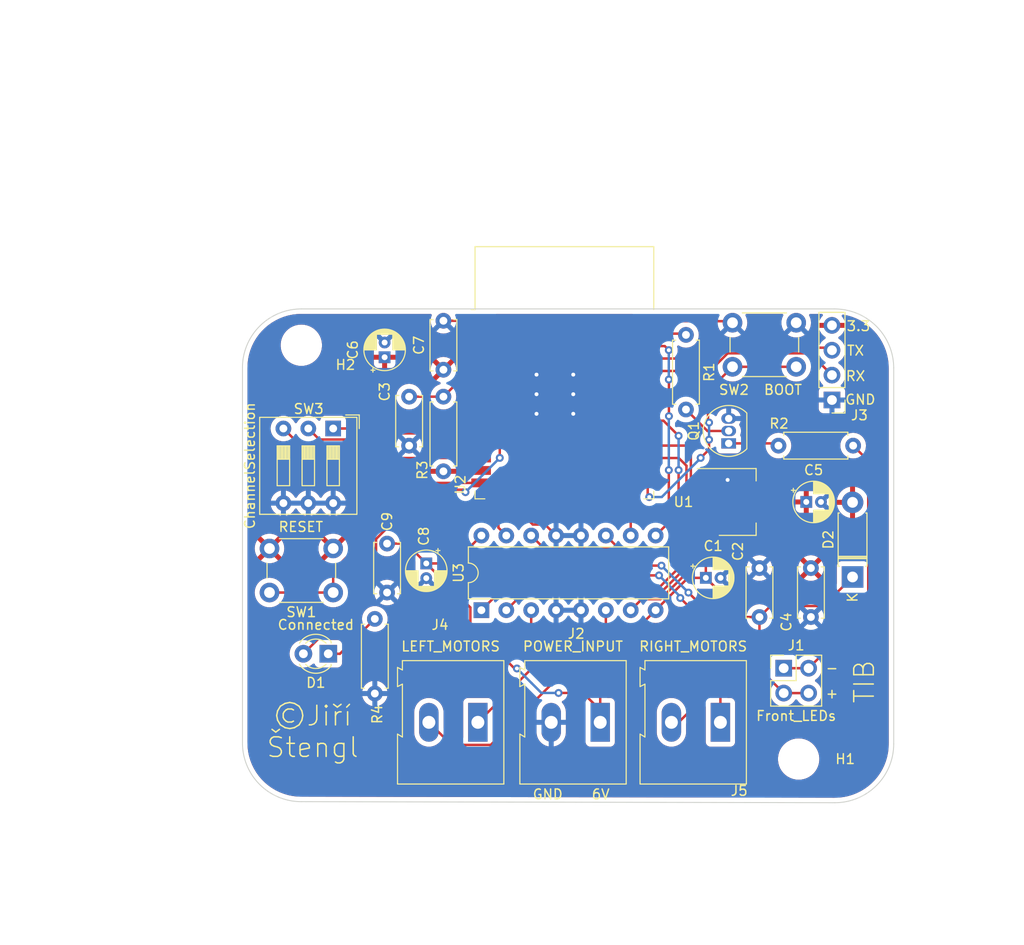
<source format=kicad_pcb>
(kicad_pcb (version 20211014) (generator pcbnew)
  (layers (0 "F.Cu" signal) (31 "B.Cu" signal) (34 "B.Paste" user) (35 "F.Paste" user) (36 "B.SilkS" user "B.Silkscreen") (37 "F.SilkS" user "F.Silkscreen") (38 "B.Mask" user) (39 "F.Mask" user) (44 "Edge.Cuts" user))
  (net 0 "")
  (net 1 "VCC")
  (net 2 "GND")
  (net 3 "/ENABLE")
  (net 4 "+3V3")
  (net 5 "Net-(D1-Pad1)")
  (net 6 "Net-(D1-Pad2)")
  (net 7 "Net-(R2-Pad2)")
  (net 8 "Net-(J3-Pad2)")
  (net 9 "Net-(J3-Pad3)")
  (net 10 "Net-(J4-Pad1)")
  (net 11 "Net-(J4-Pad2)")
  (net 12 "Net-(J5-Pad1)")
  (net 13 "Net-(J5-Pad2)")
  (net 14 "Net-(Q1-Pad1)")
  (net 15 "Net-(Q1-Pad2)")
  (net 16 "/FRONT_LED")
  (net 17 "/RESET")
  (net 18 "/BOOT")
  (net 19 "Net-(SW3-Pad1)")
  (net 20 "Net-(SW3-Pad2)")
  (net 21 "Net-(SW3-Pad3)")
  (net 38 "Net-(U2-Pad27)")
  (net 39 "Net-(U2-Pad28)")
  (net 41 "Net-(U2-Pad30)")
  (net 42 "Net-(U2-Pad31)")
  (net 44 "Net-(U2-Pad33)")
  (net 45 "Net-(U2-Pad36)")
  (footprint "Capacitor_THT:C_Disc_D5.0mm_W2.5mm_P5.00mm" (layer "F.Cu") (at 124.25 50 -90)
    (fp_text reference "C3" (at -0.5 2.5 90) (layer "F.SilkS"))
    (fp_text value "0.1uF")
    (pad "1" thru_hole circle (at 0 0 270) (size 1.6 1.6) (drill 0.8) (layers *.Cu *.Mask) (net 3 "/ENABLE"))
    (pad "2" thru_hole circle (at 5 0 270) (size 1.6 1.6) (drill 0.8) (layers *.Cu *.Mask) (net 2 "GND"))
  )
  (footprint "Package_TO_SOT_SMD:SOT-223-3_TabPin2" (layer "F.Cu") (at 157.75 60.75)
    (fp_text reference "U1" (at -5.5 0) (layer "F.SilkS"))
    (fp_text value "AMS1117-3.3")
    (pad "1" smd rect (at -3.15 -2.3) (size 2 1.5) (layers "F.Cu" "F.Paste" "F.Mask") (net 2 "GND"))
    (pad "2" smd rect (at 3.15 0) (size 2 3.8) (layers "F.Cu" "F.Paste" "F.Mask") (net 4 "+3V3"))
    (pad "2" smd rect (at -3.15 0) (size 2 1.5) (layers "F.Cu" "F.Paste" "F.Mask") (net 4 "+3V3"))
    (pad "3" smd rect (at -3.15 2.3) (size 2 1.5) (layers "F.Cu" "F.Paste" "F.Mask") (net 1 "VCC"))
  )
  (footprint "RF_Module:ESP32-WROOM-32" (layer "F.Cu") (at 140.095199 50.55)
    (fp_text reference "U2" (at -10.61 8.43 90) (layer "F.SilkS"))
    (fp_text value "ESP32-WROOM-32")
    (pad "1" smd rect (at -8.5 -8.255) (size 2 0.9) (layers "F.Cu" "F.Paste" "F.Mask") (net 2 "GND"))
    (pad "2" smd rect (at -8.5 -6.985) (size 2 0.9) (layers "F.Cu" "F.Paste" "F.Mask") (net 4 "+3V3"))
    (pad "3" smd rect (at -8.5 -5.715) (size 2 0.9) (layers "F.Cu" "F.Paste" "F.Mask") (net 3 "/ENABLE"))
    (pad "4" smd rect (at -8.5 -4.445) (size 2 0.9) (layers "F.Cu" "F.Paste" "F.Mask"))
    (pad "5" smd rect (at -8.5 -3.175) (size 2 0.9) (layers "F.Cu" "F.Paste" "F.Mask"))
    (pad "6" smd rect (at -8.5 -1.905) (size 2 0.9) (layers "F.Cu" "F.Paste" "F.Mask"))
    (pad "7" smd rect (at -8.5 -0.635) (size 2 0.9) (layers "F.Cu" "F.Paste" "F.Mask"))
    (pad "8" smd rect (at -8.5 0.635) (size 2 0.9) (layers "F.Cu" "F.Paste" "F.Mask") (net 6 "Net-(D1-Pad2)"))
    (pad "9" smd rect (at -8.5 1.905) (size 2 0.9) (layers "F.Cu" "F.Paste" "F.Mask"))
    (pad "10" smd rect (at -8.5 3.175) (size 2 0.9) (layers "F.Cu" "F.Paste" "F.Mask") (net 19 "Net-(SW3-Pad1)"))
    (pad "11" smd rect (at -8.5 4.445) (size 2 0.9) (layers "F.Cu" "F.Paste" "F.Mask") (net 20 "Net-(SW3-Pad2)"))
    (pad "12" smd rect (at -8.5 5.715) (size 2 0.9) (layers "F.Cu" "F.Paste" "F.Mask") (net 21 "Net-(SW3-Pad3)"))
    (pad "13" smd rect (at -8.5 6.985) (size 2 0.9) (layers "F.Cu" "F.Paste" "F.Mask"))
    (pad "14" smd rect (at -8.5 8.255) (size 2 0.9) (layers "F.Cu" "F.Paste" "F.Mask") (net 17 "/RESET"))
    (pad "15" smd rect (at -5.715 9.255 90) (size 2 0.9) (layers "F.Cu" "F.Paste" "F.Mask") (net 2 "GND"))
    (pad "16" smd rect (at -4.445 9.255 90) (size 2 0.9) (layers "F.Cu" "F.Paste" "F.Mask"))
    (pad "17" smd rect (at -3.175 9.255 90) (size 2 0.9) (layers "F.Cu" "F.Paste" "F.Mask"))
    (pad "18" smd rect (at -1.905 9.255 90) (size 2 0.9) (layers "F.Cu" "F.Paste" "F.Mask"))
    (pad "19" smd rect (at -0.635 9.255 90) (size 2 0.9) (layers "F.Cu" "F.Paste" "F.Mask"))
    (pad "20" smd rect (at 0.635 9.255 90) (size 2 0.9) (layers "F.Cu" "F.Paste" "F.Mask"))
    (pad "21" smd rect (at 1.905 9.255 90) (size 2 0.9) (layers "F.Cu" "F.Paste" "F.Mask"))
    (pad "22" smd rect (at 3.175 9.255 90) (size 2 0.9) (layers "F.Cu" "F.Paste" "F.Mask"))
    (pad "23" smd rect (at 4.445 9.255 90) (size 2 0.9) (layers "F.Cu" "F.Paste" "F.Mask"))
    (pad "24" smd rect (at 5.715 9.255 90) (size 2 0.9) (layers "F.Cu" "F.Paste" "F.Mask"))
    (pad "25" smd rect (at 8.5 8.255) (size 2 0.9) (layers "F.Cu" "F.Paste" "F.Mask") (net 18 "/BOOT"))
    (pad "26" smd rect (at 8.5 6.985) (size 2 0.9) (layers "F.Cu" "F.Paste" "F.Mask"))
    (pad "27" smd rect (at 8.5 5.715) (size 2 0.9) (layers "F.Cu" "F.Paste" "F.Mask") (net 38 "Net-(U2-Pad27)"))
    (pad "28" smd rect (at 8.5 4.445) (size 2 0.9) (layers "F.Cu" "F.Paste" "F.Mask") (net 39 "Net-(U2-Pad28)"))
    (pad "29" smd rect (at 8.5 3.175) (size 2 0.9) (layers "F.Cu" "F.Paste" "F.Mask"))
    (pad "30" smd rect (at 8.5 1.905) (size 2 0.9) (layers "F.Cu" "F.Paste" "F.Mask") (net 41 "Net-(U2-Pad30)"))
    (pad "31" smd rect (at 8.5 0.635) (size 2 0.9) (layers "F.Cu" "F.Paste" "F.Mask") (net 42 "Net-(U2-Pad31)"))
    (pad "32" smd rect (at 8.5 -0.635) (size 2 0.9) (layers "F.Cu" "F.Paste" "F.Mask"))
    (pad "33" smd rect (at 8.5 -1.905) (size 2 0.9) (layers "F.Cu" "F.Paste" "F.Mask") (net 44 "Net-(U2-Pad33)"))
    (pad "34" smd rect (at 8.5 -3.175) (size 2 0.9) (layers "F.Cu" "F.Paste" "F.Mask") (net 8 "Net-(J3-Pad2)"))
    (pad "35" smd rect (at 8.5 -4.445) (size 2 0.9) (layers "F.Cu" "F.Paste" "F.Mask") (net 9 "Net-(J3-Pad3)"))
    (pad "36" smd rect (at 8.5 -5.715) (size 2 0.9) (layers "F.Cu" "F.Paste" "F.Mask") (net 45 "Net-(U2-Pad36)"))
    (pad "37" smd rect (at 8.5 -6.985) (size 2 0.9) (layers "F.Cu" "F.Paste" "F.Mask") (net 16 "/FRONT_LED"))
    (pad "38" smd rect (at 8.5 -8.255) (size 2 0.9) (layers "F.Cu" "F.Paste" "F.Mask") (net 2 "GND"))
    (pad "39" smd rect (at -1 -0.755) (size 5 5) (layers "F.Cu" "F.Paste" "F.Mask") (net 2 "GND"))
    (zone (net 0) (net_name "") (layers *.Cu) (connect_pads (clearance 0)) (min_thickness 0.254)
      (keepout (tracks not_allowed) (vias not_allowed) (pads not_allowed) (copperpour not_allowed) (footprints not_allowed))
      (fill (thermal_gap 0.508) (thermal_bridge_width 0.508))
      (polygon (pts (xy 126.095199 40.58) (xy 154.095199 40.58) (xy 154.095199 29.8) (xy 126.095199 29.8)))
    )
  )
  (footprint "TerminalBlock:TerminalBlock_Altech_AK300-2_P5.00mm" (layer "F.Cu") (at 143.75 83.25 180)
    (fp_text reference "J2" (at 2.45 9.05) (layer "F.SilkS"))
    (fp_text value "POWER_INPUT" (at 2.78 7.75) (layer "F.SilkS"))
    (pad "1" thru_hole rect (at 0 0 180) (size 1.98 3.96) (drill 1.32) (layers *.Cu *.Mask) (net 1 "VCC"))
    (pad "2" thru_hole oval (at 5 0 180) (size 1.98 3.96) (drill 1.32) (layers *.Cu *.Mask) (net 2 "GND"))
  )
  (footprint "Capacitor_THT:C_Disc_D5.0mm_W2.5mm_P5.00mm" (layer "F.Cu") (at 127.75 47.25 90)
    (fp_text reference "C7" (at 2.5 -2.5 90) (layer "F.SilkS"))
    (fp_text value "0.1uF")
    (pad "1" thru_hole circle (at 0 0 90) (size 1.6 1.6) (drill 0.8) (layers *.Cu *.Mask) (net 4 "+3V3"))
    (pad "2" thru_hole circle (at 5 0 90) (size 1.6 1.6) (drill 0.8) (layers *.Cu *.Mask) (net 2 "GND"))
  )
  (footprint "Capacitor_THT:C_Disc_D5.0mm_W2.5mm_P5.00mm" (layer "F.Cu") (at 160 72.5 90)
    (fp_text reference "C2" (at 6.7 -2.2 90) (layer "F.SilkS"))
    (fp_text value "0.1uF")
    (pad "1" thru_hole circle (at 0 0 90) (size 1.6 1.6) (drill 0.8) (layers *.Cu *.Mask) (net 1 "VCC"))
    (pad "2" thru_hole circle (at 5 0 90) (size 1.6 1.6) (drill 0.8) (layers *.Cu *.Mask) (net 2 "GND"))
  )
  (footprint "MountingHole:MountingHole_3.2mm_M3" (layer "F.Cu") (at 113.25 44.75)
    (fp_text reference "H2" (at 4.5 2) (layer "F.SilkS"))
    (fp_text value "MountingHole")
    (pad "" np_thru_hole circle (at 0 0) (size 3.2 3.2) (drill 3.2) (layers *.Cu *.Mask))
  )
  (footprint "Button_Switch_THT:SW_PUSH_6mm" (layer "F.Cu") (at 163.75 46.95 180)
    (fp_text reference "SW2" (at 6.35 -2.35) (layer "F.SilkS"))
    (fp_text value "BOOT" (at 1.35 -2.35) (layer "F.SilkS"))
    (pad "1" thru_hole circle (at 6.5 0 270) (size 2 2) (drill 1.1) (layers *.Cu *.Mask) (net 18 "/BOOT"))
    (pad "1" thru_hole circle (at 0 0 270) (size 2 2) (drill 1.1) (layers *.Cu *.Mask) (net 18 "/BOOT"))
    (pad "2" thru_hole circle (at 6.5 4.5 270) (size 2 2) (drill 1.1) (layers *.Cu *.Mask) (net 2 "GND"))
    (pad "2" thru_hole circle (at 0 4.5 270) (size 2 2) (drill 1.1) (layers *.Cu *.Mask) (net 2 "GND"))
  )
  (footprint "Package_TO_SOT_THT:TO-92_Inline" (layer "F.Cu") (at 156.86 54.77 90)
    (fp_text reference "Q1" (at 1.27 -3.56 90) (layer "F.SilkS"))
    (fp_text value "BS170")
    (pad "1" thru_hole rect (at 0 0 90) (size 1.05 1.5) (drill 0.75) (layers *.Cu *.Mask) (net 14 "Net-(Q1-Pad1)"))
    (pad "2" thru_hole oval (at 1.27 0 90) (size 1.05 1.5) (drill 0.75) (layers *.Cu *.Mask) (net 15 "Net-(Q1-Pad2)"))
    (pad "3" thru_hole oval (at 2.54 0 90) (size 1.05 1.5) (drill 0.75) (layers *.Cu *.Mask) (net 2 "GND"))
  )
  (footprint "Capacitor_THT:CP_Radial_D4.0mm_P1.50mm" (layer "F.Cu") (at 126 67.027401 -90)
    (fp_text reference "C8" (at -2.777401 0.25 90) (layer "F.SilkS"))
    (fp_text value "10uF")
    (pad "1" thru_hole rect (at 0 0 270) (size 1.2 1.2) (drill 0.6) (layers *.Cu *.Mask) (net 1 "VCC"))
    (pad "2" thru_hole circle (at 1.5 0 270) (size 1.2 1.2) (drill 0.6) (layers *.Cu *.Mask) (net 2 "GND"))
  )
  (footprint "Capacitor_THT:C_Disc_D5.0mm_W2.5mm_P5.00mm" (layer "F.Cu") (at 165.25 67.5 -90)
    (fp_text reference "C4" (at 5.5 2.5 90) (layer "F.SilkS"))
    (fp_text value "0.1uF")
    (pad "1" thru_hole circle (at 0 0 270) (size 1.6 1.6) (drill 0.8) (layers *.Cu *.Mask) (net 4 "+3V3"))
    (pad "2" thru_hole circle (at 5 0 270) (size 1.6 1.6) (drill 0.8) (layers *.Cu *.Mask) (net 2 "GND"))
  )
  (footprint "TerminalBlock:TerminalBlock_Altech_AK300-2_P5.00mm" (layer "F.Cu") (at 131.265 83.25 180)
    (fp_text reference "J4" (at 3.865 9.95) (layer "F.SilkS"))
    (fp_text value "LEFT_MOTORS" (at 2.78 7.75) (layer "F.SilkS"))
    (pad "1" thru_hole rect (at 0 0 180) (size 1.98 3.96) (drill 1.32) (layers *.Cu *.Mask) (net 10 "Net-(J4-Pad1)"))
    (pad "2" thru_hole oval (at 5 0 180) (size 1.98 3.96) (drill 1.32) (layers *.Cu *.Mask) (net 11 "Net-(J4-Pad2)"))
  )
  (footprint "Capacitor_THT:CP_Radial_D4.0mm_P1.50mm" (layer "F.Cu") (at 164.777401 60.75)
    (fp_text reference "C5" (at 0.75 -3.25) (layer "F.SilkS"))
    (fp_text value "10uF")
    (pad "1" thru_hole rect (at 0 0) (size 1.2 1.2) (drill 0.6) (layers *.Cu *.Mask) (net 4 "+3V3"))
    (pad "2" thru_hole circle (at 1.5 0) (size 1.2 1.2) (drill 0.6) (layers *.Cu *.Mask) (net 2 "GND"))
  )
  (footprint "Resistor_THT:R_Axial_DIN0207_L6.3mm_D2.5mm_P7.62mm_Horizontal" (layer "F.Cu") (at 152.5 43.69 -90)
    (fp_text reference "R1" (at 3.81 -2.37 90) (layer "F.SilkS"))
    (fp_text value "10K")
    (pad "1" thru_hole circle (at 0 0 270) (size 1.6 1.6) (drill 0.8) (layers *.Cu *.Mask) (net 16 "/FRONT_LED"))
    (pad "2" thru_hole oval (at 7.62 0 270) (size 1.6 1.6) (drill 0.8) (layers *.Cu *.Mask) (net 15 "Net-(Q1-Pad2)"))
  )
  (footprint "Capacitor_THT:CP_Radial_D4.0mm_P1.50mm" (layer "F.Cu") (at 121.75 45.9726 90)
    (fp_text reference "C6" (at 0.75 -3.25 90) (layer "F.SilkS"))
    (fp_text value "10uF")
    (pad "1" thru_hole rect (at 0 0 90) (size 1.2 1.2) (drill 0.6) (layers *.Cu *.Mask) (net 4 "+3V3"))
    (pad "2" thru_hole circle (at 1.5 0 90) (size 1.2 1.2) (drill 0.6) (layers *.Cu *.Mask) (net 2 "GND"))
  )
  (footprint "Resistor_THT:R_Axial_DIN0207_L6.3mm_D2.5mm_P7.62mm_Horizontal" (layer "F.Cu") (at 127.75 50 -90)
    (fp_text reference "R3" (at 7.5 2.15 90) (layer "F.SilkS"))
    (fp_text value "10K")
    (pad "1" thru_hole circle (at 0 0 270) (size 1.6 1.6) (drill 0.8) (layers *.Cu *.Mask) (net 3 "/ENABLE"))
    (pad "2" thru_hole oval (at 7.62 0 270) (size 1.6 1.6) (drill 0.8) (layers *.Cu *.Mask) (net 4 "+3V3"))
  )
  (footprint "Diode_THT:D_DO-41_SOD81_P7.62mm_Horizontal" (layer "F.Cu") (at 169.5 68.41 90)
    (fp_text reference "D2" (at 3.81 -2.47 90) (layer "F.SilkS"))
    (fp_text value "D")
    (fp_text user "K" (at -2.09 0 90) (layer "F.SilkS"))
    (pad "1" thru_hole rect (at 0 0 90) (size 2.2 2.2) (drill 1.1) (layers *.Cu *.Mask) (net 1 "VCC"))
    (pad "2" thru_hole oval (at 7.62 0 90) (size 2.2 2.2) (drill 1.1) (layers *.Cu *.Mask) (net 4 "+3V3"))
  )
  (footprint "Capacitor_THT:CP_Radial_D4.0mm_P1.50mm" (layer "F.Cu") (at 154.527401 68.5)
    (fp_text reference "C1" (at 0.75 -3.25) (layer "F.SilkS"))
    (fp_text value "10uF")
    (pad "1" thru_hole rect (at 0 0) (size 1.2 1.2) (drill 0.6) (layers *.Cu *.Mask) (net 1 "VCC"))
    (pad "2" thru_hole circle (at 1.5 0) (size 1.2 1.2) (drill 0.6) (layers *.Cu *.Mask) (net 2 "GND"))
  )
  (footprint "TerminalBlock:TerminalBlock_Altech_AK300-2_P5.00mm" (layer "F.Cu") (at 156.015 83.25 180)
    (fp_text reference "J5" (at -1.92 -6.99) (layer "F.SilkS"))
    (fp_text value "RIGHT_MOTORS" (at 2.78 7.75) (layer "F.SilkS"))
    (pad "1" thru_hole rect (at 0 0 180) (size 1.98 3.96) (drill 1.32) (layers *.Cu *.Mask) (net 12 "Net-(J5-Pad1)"))
    (pad "2" thru_hole oval (at 5 0 180) (size 1.98 3.96) (drill 1.32) (layers *.Cu *.Mask) (net 13 "Net-(J5-Pad2)"))
  )
  (footprint "MountingHole:MountingHole_3.2mm_M3" (layer "F.Cu") (at 164 87)
    (fp_text reference "H1" (at 4.75 0) (layer "F.SilkS"))
    (fp_text value "MountingHole")
    (pad "" np_thru_hole circle (at 0 0) (size 3.2 3.2) (drill 3.2) (layers *.Cu *.Mask))
  )
  (footprint "LED_THT:LED_D3.0mm_Clear" (layer "F.Cu") (at 116 76.25 180)
    (fp_text reference "D1" (at 1.27 -2.96) (layer "F.SilkS"))
    (fp_text value "Connected" (at 1.27 2.96) (layer "F.SilkS"))
    (pad "1" thru_hole rect (at 0 0 180) (size 1.8 1.8) (drill 0.9) (layers *.Cu *.Mask) (net 5 "Net-(D1-Pad1)"))
    (pad "2" thru_hole circle (at 2.54 0 180) (size 1.8 1.8) (drill 0.9) (layers *.Cu *.Mask) (net 6 "Net-(D1-Pad2)"))
  )
  (footprint "Connector_PinHeader_2.54mm:PinHeader_2x02_P2.54mm_Vertical" (layer "F.Cu") (at 162.475 77.725)
    (fp_text reference "J1" (at 1.27 -2.33) (layer "F.SilkS"))
    (fp_text value "Front_LEDs" (at 1.27 4.87) (layer "F.SilkS"))
    (pad "1" thru_hole rect (at 0 0) (size 1.7 1.7) (drill 1) (layers *.Cu *.Mask) (net 7 "Net-(R2-Pad2)"))
    (pad "2" thru_hole oval (at 2.54 0) (size 1.7 1.7) (drill 1) (layers *.Cu *.Mask) (net 7 "Net-(R2-Pad2)"))
    (pad "3" thru_hole oval (at 0 2.54) (size 1.7 1.7) (drill 1) (layers *.Cu *.Mask) (net 1 "VCC"))
    (pad "4" thru_hole oval (at 2.54 2.54) (size 1.7 1.7) (drill 1) (layers *.Cu *.Mask) (net 1 "VCC"))
  )
  (footprint "Resistor_THT:R_Axial_DIN0207_L6.3mm_D2.5mm_P7.62mm_Horizontal" (layer "F.Cu") (at 120.75 72.69 -90)
    (fp_text reference "R4" (at 9.75 -0.25 90) (layer "F.SilkS"))
    (fp_text value "100R")
    (pad "1" thru_hole circle (at 0 0 270) (size 1.6 1.6) (drill 0.8) (layers *.Cu *.Mask) (net 5 "Net-(D1-Pad1)"))
    (pad "2" thru_hole oval (at 7.62 0 270) (size 1.6 1.6) (drill 0.8) (layers *.Cu *.Mask) (net 2 "GND"))
  )
  (footprint "Button_Switch_THT:SW_DIP_SPSTx03_Slide_9.78x9.8mm_W7.62mm_P2.54mm" (layer "F.Cu") (at 116.5 53.25 -90)
    (fp_text reference "SW3" (at -2 2.5) (layer "F.SilkS"))
    (fp_text value "ChannelSelection" (at 3.81 8.5 90) (layer "F.SilkS"))
    (pad "1" thru_hole rect (at 0 0 270) (size 1.6 1.6) (drill 0.8) (layers *.Cu *.Mask) (net 19 "Net-(SW3-Pad1)"))
    (pad "2" thru_hole oval (at 0 2.54 270) (size 1.6 1.6) (drill 0.8) (layers *.Cu *.Mask) (net 20 "Net-(SW3-Pad2)"))
    (pad "3" thru_hole oval (at 0 5.08 270) (size 1.6 1.6) (drill 0.8) (layers *.Cu *.Mask) (net 21 "Net-(SW3-Pad3)"))
    (pad "4" thru_hole oval (at 7.62 5.08 270) (size 1.6 1.6) (drill 0.8) (layers *.Cu *.Mask) (net 2 "GND"))
    (pad "5" thru_hole oval (at 7.62 2.54 270) (size 1.6 1.6) (drill 0.8) (layers *.Cu *.Mask) (net 2 "GND"))
    (pad "6" thru_hole oval (at 7.62 0 270) (size 1.6 1.6) (drill 0.8) (layers *.Cu *.Mask) (net 2 "GND"))
  )
  (footprint "Package_DIP:DIP-16_W7.62mm" (layer "F.Cu") (at 131.625 71.8 90)
    (fp_text reference "U3" (at 3.81 -2.33 90) (layer "F.SilkS"))
    (fp_text value "L293D")
    (pad "1" thru_hole rect (at 0 0 90) (size 1.6 1.6) (drill 0.8) (layers *.Cu *.Mask) (net 41 "Net-(U2-Pad30)"))
    (pad "2" thru_hole oval (at 0 2.54 90) (size 1.6 1.6) (drill 0.8) (layers *.Cu *.Mask) (net 38 "Net-(U2-Pad27)"))
    (pad "3" thru_hole oval (at 0 5.08 90) (size 1.6 1.6) (drill 0.8) (layers *.Cu *.Mask) (net 10 "Net-(J4-Pad1)"))
    (pad "4" thru_hole oval (at 0 7.62 90) (size 1.6 1.6) (drill 0.8) (layers *.Cu *.Mask) (net 2 "GND"))
    (pad "5" thru_hole oval (at 0 10.16 90) (size 1.6 1.6) (drill 0.8) (layers *.Cu *.Mask) (net 2 "GND"))
    (pad "6" thru_hole oval (at 0 12.7 90) (size 1.6 1.6) (drill 0.8) (layers *.Cu *.Mask) (net 11 "Net-(J4-Pad2)"))
    (pad "7" thru_hole oval (at 0 15.24 90) (size 1.6 1.6) (drill 0.8) (layers *.Cu *.Mask) (net 39 "Net-(U2-Pad28)"))
    (pad "8" thru_hole oval (at 0 17.78 90) (size 1.6 1.6) (drill 0.8) (layers *.Cu *.Mask) (net 1 "VCC"))
    (pad "9" thru_hole oval (at 7.62 17.78 90) (size 1.6 1.6) (drill 0.8) (layers *.Cu *.Mask) (net 45 "Net-(U2-Pad36)"))
    (pad "10" thru_hole oval (at 7.62 15.24 90) (size 1.6 1.6) (drill 0.8) (layers *.Cu *.Mask) (net 42 "Net-(U2-Pad31)"))
    (pad "11" thru_hole oval (at 7.62 12.7 90) (size 1.6 1.6) (drill 0.8) (layers *.Cu *.Mask) (net 12 "Net-(J5-Pad1)"))
    (pad "12" thru_hole oval (at 7.62 10.16 90) (size 1.6 1.6) (drill 0.8) (layers *.Cu *.Mask) (net 2 "GND"))
    (pad "13" thru_hole oval (at 7.62 7.62 90) (size 1.6 1.6) (drill 0.8) (layers *.Cu *.Mask) (net 2 "GND"))
    (pad "14" thru_hole oval (at 7.62 5.08 90) (size 1.6 1.6) (drill 0.8) (layers *.Cu *.Mask) (net 13 "Net-(J5-Pad2)"))
    (pad "15" thru_hole oval (at 7.62 2.54 90) (size 1.6 1.6) (drill 0.8) (layers *.Cu *.Mask) (net 44 "Net-(U2-Pad33)"))
    (pad "16" thru_hole oval (at 7.62 0 90) (size 1.6 1.6) (drill 0.8) (layers *.Cu *.Mask) (net 1 "VCC"))
  )
  (footprint "Connector_PinHeader_2.54mm:PinHeader_1x04_P2.54mm_Vertical" (layer "F.Cu") (at 167.4 50.34 180)
    (fp_text reference "J3" (at -2.8 -1.56) (layer "F.SilkS"))
    (fp_text value "UART_BOOT")
    (pad "1" thru_hole rect (at 0 0 180) (size 1.7 1.7) (drill 1) (layers *.Cu *.Mask) (net 2 "GND"))
    (pad "2" thru_hole oval (at 0 2.54 180) (size 1.7 1.7) (drill 1) (layers *.Cu *.Mask) (net 8 "Net-(J3-Pad2)"))
    (pad "3" thru_hole oval (at 0 5.08 180) (size 1.7 1.7) (drill 1) (layers *.Cu *.Mask) (net 9 "Net-(J3-Pad3)"))
    (pad "4" thru_hole oval (at 0 7.62 180) (size 1.7 1.7) (drill 1) (layers *.Cu *.Mask) (net 4 "+3V3"))
  )
  (footprint "Button_Switch_THT:SW_PUSH_6mm" (layer "F.Cu") (at 116.5 70 180)
    (fp_text reference "SW1" (at 3.25 -2) (layer "F.SilkS"))
    (fp_text value "RESET" (at 3.3 6.7) (layer "F.SilkS"))
    (pad "1" thru_hole circle (at 6.5 0 270) (size 2 2) (drill 1.1) (layers *.Cu *.Mask) (net 17 "/RESET"))
    (pad "1" thru_hole circle (at 0 0 270) (size 2 2) (drill 1.1) (layers *.Cu *.Mask) (net 17 "/RESET"))
    (pad "2" thru_hole circle (at 0 4.5 270) (size 2 2) (drill 1.1) (layers *.Cu *.Mask) (net 4 "+3V3"))
    (pad "2" thru_hole circle (at 6.5 4.5 270) (size 2 2) (drill 1.1) (layers *.Cu *.Mask) (net 4 "+3V3"))
  )
  (footprint "Capacitor_THT:C_Disc_D5.0mm_W2.5mm_P5.00mm" (layer "F.Cu") (at 122 65 -90)
    (fp_text reference "C9" (at -2.25 0 90) (layer "F.SilkS"))
    (fp_text value "100nF")
    (pad "1" thru_hole circle (at 0 0 270) (size 1.6 1.6) (drill 0.8) (layers *.Cu *.Mask) (net 1 "VCC"))
    (pad "2" thru_hole circle (at 5 0 270) (size 1.6 1.6) (drill 0.8) (layers *.Cu *.Mask) (net 2 "GND"))
  )
  (footprint "Resistor_THT:R_Axial_DIN0207_L6.3mm_D2.5mm_P7.62mm_Horizontal" (layer "F.Cu") (at 161.94 55)
    (fp_text reference "R2" (at 0.06 -2.25) (layer "F.SilkS"))
    (fp_text value "150R")
    (pad "1" thru_hole circle (at 0 0) (size 1.6 1.6) (drill 0.8) (layers *.Cu *.Mask) (net 14 "Net-(Q1-Pad1)"))
    (pad "2" thru_hole oval (at 7.62 0) (size 1.6 1.6) (drill 0.8) (layers *.Cu *.Mask) (net 7 "Net-(R2-Pad2)"))
  )
  (gr_arc (start 107.242641 47.042641) (mid 109 42.8) (end 113.242641 41.042641) (layer "Edge.Cuts") (width 0.1))
  (gr_line (start 107.242641 85.357359) (end 107.242641 47.042641) (layer "Edge.Cuts") (width 0.1))
  (gr_line (start 167.7 91.457359) (end 113.271321 91.35) (layer "Edge.Cuts") (width 0.1))
  (gr_line (start 113.242641 41.042641) (end 167.657359 41.042641) (layer "Edge.Cuts") (width 0.1))
  (gr_arc (start 113.271321 91.35) (mid 109.010598 89.607557) (end 107.242641 85.357359) (layer "Edge.Cuts") (width 0.1))
  (gr_arc (start 167.657359 41.042641) (mid 171.915102 42.797431) (end 173.7 47.042641) (layer "Edge.Cuts") (width 0.1))
  (gr_arc (start 173.7 85.457359) (mid 171.942641 89.7) (end 167.7 91.457359) (layer "Edge.Cuts") (width 0.1))
  (gr_line (start 173.7 47.042641) (end 173.7 85.457359) (layer "Edge.Cuts") (width 0.1))
  (gr_text "TIB" (at 170.7 79.1 90) (layer "F.SilkS") (effects (font (size 2 2))))
  (gr_text "GND" (at 170.3 50.3) (layer "F.SilkS") (effects (font (size 1 1))))
  (gr_text "GND" (at 138.4 90.6) (layer "F.SilkS") (effects (font (size 1 1))))
  (gr_text "RX" (at 169.8 47.9) (layer "F.SilkS") (effects (font (size 1 1))))
  (gr_text "-" (at 167.4 77.7) (layer "F.SilkS") (effects (font (size 1 1))))
  (gr_text "+" (at 167.4 80.3) (layer "F.SilkS") (effects (font (size 1 1))))
  (gr_text "6V" (at 143.8 90.6) (layer "F.SilkS") (effects (font (size 1 1))))
  (gr_text "3.3" (at 170.1 42.8) (layer "F.SilkS") (effects (font (size 1 1))))
  (gr_text "©Jiří\nŠtengl" (at 114.4 84.2) (layer "F.SilkS") (effects (font (size 2 2))))
  (gr_text "TX" (at 169.8 45.3) (layer "F.SilkS") (effects (font (size 1 1))))
  (segment (start 139.5 80.25) (end 142 80.25) (width 0.25) (layer "F.Cu") (net 1))
  (segment (start 126 67.027401) (end 128.777599 67.027401) (width 0.25) (layer "F.Cu") (net 1))
  (segment (start 160 77.79) (end 162.475 80.265) (width 0.25) (layer "F.Cu") (net 1))
  (segment (start 154.527401 68.5) (end 154.527401 63.122599) (width 0.25) (layer "F.Cu") (net 1))
  (segment (start 154.527401 68.5) (end 158.527401 72.5) (width 0.25) (layer "F.Cu") (net 1))
  (segment (start 154.527401 68.5) (end 152.705 68.5) (width 0.25) (layer "F.Cu") (net 1))
  (segment (start 160 72.5) (end 161.124511 71.375489) (width 0.25) (layer "F.Cu") (net 1))
  (segment (start 130.5 71.527401) (end 130.5 73.25) (width 0.25) (layer "F.Cu") (net 1))
  (segment (start 129.5 70.527401) (end 130.5 71.527401) (width 0.25) (layer "F.Cu") (net 1))
  (segment (start 152.705 68.5) (end 149.405 71.8) (width 0.25) (layer "F.Cu") (net 1))
  (segment (start 143.75 82) (end 143.75 83.25) (width 0.25) (layer "F.Cu") (net 1))
  (segment (start 143.75 77.455) (end 149.405 71.8) (width 0.25) (layer "F.Cu") (net 1))
  (segment (start 123.972599 65) (end 126 67.027401) (width 0.25) (layer "F.Cu") (net 1))
  (segment (start 154.527401 63.122599) (end 154.6 63.05) (width 0.25) (layer "F.Cu") (net 1))
  (segment (start 143.75 83.25) (end 143.75 77.455) (width 0.25) (layer "F.Cu") (net 1))
  (segment (start 130.5 73.25) (end 135 77.75) (width 0.25) (layer "F.Cu") (net 1))
  (segment (start 126 67.027401) (end 129.5 70.527401) (width 0.25) (layer "F.Cu") (net 1))
  (segment (start 122 65) (end 123.972599 65) (width 0.25) (layer "F.Cu") (net 1))
  (segment (start 128.777599 67.027401) (end 131.625 64.18) (width 0.25) (layer "F.Cu") (net 1))
  (segment (start 160 72.5) (end 160 77.79) (width 0.25) (layer "F.Cu") (net 1))
  (segment (start 162.475 80.265) (end 165.015 80.265) (width 0.25) (layer "F.Cu") (net 1))
  (segment (start 135 77.75) (end 135.25 77.75) (width 0.25) (layer "F.Cu") (net 1))
  (segment (start 166.534511 71.375489) (end 169.5 68.41) (width 0.25) (layer "F.Cu") (net 1))
  (segment (start 161.124511 71.375489) (end 166.534511 71.375489) (width 0.25) (layer "F.Cu") (net 1))
  (segment (start 158.527401 72.5) (end 160 72.5) (width 0.25) (layer "F.Cu") (net 1))
  (segment (start 142 80.25) (end 143.75 82) (width 0.25) (layer "F.Cu") (net 1))
  (via (at 135.25 77.75) (size 0.8) (drill 0.4) (layers "F.Cu" "B.Cu") (net 1))
  (via (at 139.5 80.25) (size 0.8) (drill 0.4) (layers "F.Cu" "B.Cu") (net 1))
  (segment (start 137.75 80.25) (end 139.5 80.25) (width 0.25) (layer "B.Cu") (net 1))
  (segment (start 136.75 79.25) (end 137.75 80.25) (width 0.25) (layer "B.Cu") (net 1))
  (segment (start 135.25 77.75) (end 136.75 79.25) (width 0.25) (layer "B.Cu") (net 1))
  (segment (start 154.6 58.45) (end 156.7 58.45) (width 0.25) (layer "F.Cu") (net 2))
  (segment (start 134.380199 60.565678) (end 134.380199 59.805) (width 0.25) (layer "F.Cu") (net 2))
  (segment (start 136.87001 63.055489) (end 134.380199 60.565678) (width 0.25) (layer "F.Cu") (net 2))
  (segment (start 156.7 58.45) (end 156.75 58.5) (width 0.25) (layer "F.Cu") (net 2))
  (segment (start 138.120489 63.055489) (end 136.87001 63.055489) (width 0.25) (layer "F.Cu") (net 2))
  (segment (start 131.550199 42.25) (end 131.595199 42.295) (width 0.25) (layer "F.Cu") (net 2))
  (segment (start 157.095 42.295) (end 157.25 42.45) (width 0.25) (layer "F.Cu") (net 2))
  (segment (start 139.245 64.18) (end 138.120489 63.055489) (width 0.25) (layer "F.Cu") (net 2))
  (segment (start 127.75 42.25) (end 131.550199 42.25) (width 0.25) (layer "F.Cu") (net 2))
  (segment (start 148.595199 42.295) (end 157.095 42.295) (width 0.25) (layer "F.Cu") (net 2))
  (via (at 141 51.75) (size 0.8) (drill 0.4) (layers "F.Cu" "B.Cu") (net 2))
  (via (at 156.75 58.5) (size 0.8) (drill 0.4) (layers "F.Cu" "B.Cu") (net 2))
  (via (at 141 47.75) (size 0.8) (drill 0.4) (layers "F.Cu" "B.Cu") (net 2))
  (via (at 137.25 47.75) (size 0.8) (drill 0.4) (layers "F.Cu" "B.Cu") (net 2))
  (via (at 141 49.75) (size 0.8) (drill 0.4) (layers "F.Cu" "B.Cu") (net 2))
  (via (at 137.25 49.75) (size 0.8) (drill 0.4) (layers "F.Cu" "B.Cu") (net 2))
  (via (at 137.25 51.75) (size 0.8) (drill 0.4) (layers "F.Cu" "B.Cu") (net 2))
  (segment (start 127.75 50) (end 130.270688 47.479312) (width 0.25) (layer "F.Cu") (net 3))
  (segment (start 130.270688 47.479312) (end 130.270688 45.229312) (width 0.25) (layer "F.Cu") (net 3))
  (segment (start 124.25 50) (end 127.75 50) (width 0.25) (layer "F.Cu") (net 3))
  (segment (start 130.270688 45.229312) (end 130.665 44.835) (width 0.25) (layer "F.Cu") (net 3))
  (segment (start 130.665 44.835) (end 131.595199 44.835) (width 0.25) (layer "F.Cu") (net 3))
  (segment (start 117.19 76.25) (end 120.75 72.69) (width 0.25) (layer "F.Cu") (net 5))
  (segment (start 116 76.25) (end 117.19 76.25) (width 0.25) (layer "F.Cu") (net 5))
  (segment (start 133.5 52.260779) (end 132.424221 51.185) (width 0.25) (layer "F.Cu") (net 6))
  (segment (start 133.5 56.25) (end 133.5 52.260779) (width 0.25) (layer "F.Cu") (net 6))
  (segment (start 113.46 76.25) (end 120.875489 68.834511) (width 0.25) (layer "F.Cu") (net 6))
  (segment (start 129.75 59.5) (end 130 59.75) (width 0.25) (layer "F.Cu") (net 6))
  (segment (start 120.875489 68.834511) (end 120.875489 64.534211) (width 0.25) (layer "F.Cu") (net 6))
  (segment (start 132.424221 51.185) (end 131.595199 51.185) (width 0.25) (layer "F.Cu") (net 6))
  (segment (start 120.875489 64.534211) (end 125.9097 59.5) (width 0.25) (layer "F.Cu") (net 6))
  (segment (start 125.9097 59.5) (end 129.75 59.5) (width 0.25) (layer "F.Cu") (net 6))
  (via (at 133.5 56.25) (size 0.8) (drill 0.4) (layers "F.Cu" "B.Cu") (net 6))
  (via (at 130 59.75) (size 0.8) (drill 0.4) (layers "F.Cu" "B.Cu") (net 6))
  (segment (start 130 59.75) (end 133.5 56.25) (width 0.25) (layer "B.Cu") (net 6))
  (segment (start 171.1 71.64) (end 171.1 56.54) (width 0.25) (layer "F.Cu") (net 7))
  (segment (start 162.475 77.725) (end 165.015 77.725) (width 0.25) (layer "F.Cu") (net 7))
  (segment (start 171.1 56.54) (end 169.56 55) (width 0.25) (layer "F.Cu") (net 7))
  (segment (start 165.015 77.725) (end 171.1 71.64) (width 0.25) (layer "F.Cu") (net 7))
  (segment (start 165.175 45.575) (end 167.4 47.8) (width 0.25) (layer "F.Cu") (net 8))
  (segment (start 156.751857 45.575) (end 165.175 45.575) (width 0.25) (layer "F.Cu") (net 8))
  (segment (start 154.951857 47.375) (end 156.751857 45.575) (width 0.25) (layer "F.Cu") (net 8))
  (segment (start 148.595199 47.375) (end 154.951857 47.375) (width 0.25) (layer "F.Cu") (net 8))
  (segment (start 167.14 45) (end 167.4 45.26) (width 0.25) (layer "F.Cu") (net 9))
  (segment (start 155.586139 46.105) (end 156.691139 45) (width 0.25) (layer "F.Cu") (net 9))
  (segment (start 156.691139 45) (end 167.14 45) (width 0.25) (layer "F.Cu") (net 9))
  (segment (start 148.595199 46.105) (end 155.586139 46.105) (width 0.25) (layer "F.Cu") (net 9))
  (segment (start 136.705 77.81) (end 131.265 83.25) (width 0.25) (layer "F.Cu") (net 10))
  (segment (start 136.705 71.8) (end 136.705 77.81) (width 0.25) (layer "F.Cu") (net 10))
  (segment (start 132.579511 85.554511) (end 128.569511 85.554511) (width 0.25) (layer "F.Cu") (net 11))
  (segment (start 128.569511 85.554511) (end 126.265 83.25) (width 0.25) (layer "F.Cu") (net 11))
  (segment (start 144.325 73.809022) (end 132.579511 85.554511) (width 0.25) (layer "F.Cu") (net 11))
  (segment (start 144.325 71.8) (end 144.325 73.809022) (width 0.25) (layer "F.Cu") (net 11))
  (segment (start 156.015 83.25) (end 156.015 73.265) (width 0.25) (layer "F.Cu") (net 12))
  (segment (start 156.015 73.265) (end 152.75 70) (width 0.25) (layer "F.Cu") (net 12))
  (segment (start 150 67.25) (end 147.395 67.25) (width 0.25) (layer "F.Cu") (net 12))
  (segment (start 147.395 67.25) (end 144.325 64.18) (width 0.25) (layer "F.Cu") (net 12))
  (via (at 152.75 70) (size 0.8) (drill 0.4) (layers "F.Cu" "B.Cu") (net 12))
  (via (at 150 67.25) (size 0.8) (drill 0.4) (layers "F.Cu" "B.Cu") (net 12))
  (segment (start 150.25 67.5) (end 150 67.25) (width 0.25) (layer "B.Cu") (net 12))
  (segment (start 152.75 70) (end 150.25 67.5) (width 0.25) (layer "B.Cu") (net 12))
  (segment (start 147.75 68.25) (end 149.75 68.25) (width 0.25) (layer "F.Cu") (net 13))
  (segment (start 147.5 68) (end 147.75 68.25) (width 0.25) (layer "F.Cu") (net 13))
  (segment (start 151.75 83.25) (end 151.015 83.25) (width 0.25) (layer "F.Cu") (net 13))
  (segment (start 138.025 65.5) (end 145 65.5) (width 0.25) (layer "F.Cu") (net 13))
  (segment (start 155 73.636061) (end 155 80) (width 0.25) (layer "F.Cu") (net 13))
  (segment (start 151.918363 70.554424) (end 155 73.636061) (width 0.25) (layer "F.Cu") (net 13))
  (segment (start 136.705 64.18) (end 138.025 65.5) (width 0.25) (layer "F.Cu") (net 13))
  (segment (start 145 65.5) (end 147.5 68) (width 0.25) (layer "F.Cu") (net 13))
  (segment (start 155 80) (end 151.75 83.25) (width 0.25) (layer "F.Cu") (net 13))
  (via (at 149.75 68.25) (size 0.8) (drill 0.4) (layers "F.Cu" "B.Cu") (net 13))
  (via (at 151.918363 70.554424) (size 0.8) (drill 0.4) (layers "F.Cu" "B.Cu") (net 13))
  (segment (start 152 70.5) (end 151.945576 70.554424) (width 0.25) (layer "B.Cu") (net 13))
  (segment (start 151.945576 70.554424) (end 151.918363 70.554424) (width 0.25) (layer "B.Cu") (net 13))
  (segment (start 149.75 68.25) (end 152 70.5) (width 0.25) (layer "B.Cu") (net 13))
  (segment (start 161.71 54.77) (end 161.94 55) (width 0.25) (layer "F.Cu") (net 14))
  (segment (start 156.86 54.77) (end 161.71 54.77) (width 0.25) (layer "F.Cu") (net 14))
  (segment (start 152.5 51.31) (end 154.69 53.5) (width 0.25) (layer "F.Cu") (net 15))
  (segment (start 154.69 53.5) (end 156.86 53.5) (width 0.25) (layer "F.Cu") (net 15))
  (segment (start 152.375 43.565) (end 152.5 43.69) (width 0.25) (layer "F.Cu") (net 16))
  (segment (start 148.595199 43.565) (end 152.375 43.565) (width 0.25) (layer "F.Cu") (net 16))
  (segment (start 116.5 70) (end 116.5 67.75) (width 0.25) (layer "F.Cu") (net 17))
  (segment (start 125.445 58.805) (end 131.595199 58.805) (width 0.25) (layer "F.Cu") (net 17))
  (segment (start 116.5 67.75) (end 125.445 58.805) (width 0.25) (layer "F.Cu") (net 17))
  (segment (start 110 70) (end 116.5 70) (width 0.25) (layer "F.Cu") (net 17))
  (segment (start 157.25 46.95) (end 163.75 46.95) (width 0.25) (layer "F.Cu") (net 18))
  (segment (start 154.75 52.535402) (end 154.857299 52.642701) (width 0.25) (layer "F.Cu") (net 18))
  (segment (start 148.595199 60.095199) (end 148.75 60.25) (width 0.25) (layer "F.Cu") (net 18))
  (segment (start 154 56.25) (end 154.857299 55.392701) (width 0.25) (layer "F.Cu") (net 18))
  (segment (start 154.857299 55.392701) (end 154.857299 54.392701) (width 0.25) (layer "F.Cu") (net 18))
  (segment (start 148.595199 58.805) (end 148.595199 60.095199) (width 0.25) (layer "F.Cu") (net 18))
  (segment (start 154.75 49.45) (end 154.75 52.535402) (width 0.25) (layer "F.Cu") (net 18))
  (segment (start 157.25 46.95) (end 154.75 49.45) (width 0.25) (layer "F.Cu") (net 18))
  (via (at 154 56.25) (size 0.8) (drill 0.4) (layers "F.Cu" "B.Cu") (net 18))
  (via (at 148.75 60.25) (size 0.8) (drill 0.4) (layers "F.Cu" "B.Cu") (net 18))
  (via (at 154.857299 54.392701) (size 0.8) (drill 0.4) (layers "F.Cu" "B.Cu") (net 18))
  (via (at 154.857299 52.642701) (size 0.8) (drill 0.4) (layers "F.Cu" "B.Cu") (net 18))
  (segment (start 154 56.274614) (end 154 56.25) (width 0.25) (layer "B.Cu") (net 18))
  (segment (start 153.75 56.524614) (end 154 56.274614) (width 0.25) (layer "B.Cu") (net 18))
  (segment (start 154.857299 52.642701) (end 154.857299 54.392701) (width 0.25) (layer "B.Cu") (net 18))
  (segment (start 148.75 60.25) (end 150.024614 60.25) (width 0.25) (layer "B.Cu") (net 18))
  (segment (start 150.024614 60.25) (end 153.75 56.524614) (width 0.25) (layer "B.Cu") (net 18))
  (segment (start 131.120199 53.25) (end 131.595199 53.725) (width 0.25) (layer "F.Cu") (net 19))
  (segment (start 116.5 53.25) (end 131.120199 53.25) (width 0.25) (layer "F.Cu") (net 19))
  (segment (start 122.625489 54.374511) (end 123.25 53.75) (width 0.25) (layer "F.Cu") (net 20))
  (segment (start 129.25 53.75) (end 130.495 54.995) (width 0.25) (layer "F.Cu") (net 20))
  (segment (start 123.25 53.75) (end 129.25 53.75) (width 0.25) (layer "F.Cu") (net 20))
  (segment (start 115.084511 54.374511) (end 122.625489 54.374511) (width 0.25) (layer "F.Cu") (net 20))
  (segment (start 113.96 53.25) (end 115.084511 54.374511) (width 0.25) (layer "F.Cu") (net 20))
  (segment (start 130.495 54.995) (end 131.595199 54.995) (width 0.25) (layer "F.Cu") (net 20))
  (segment (start 111.42 53.25) (end 114.435 56.265) (width 0.25) (layer "F.Cu") (net 21))
  (segment (start 114.435 56.265) (end 131.595199 56.265) (width 0.25) (layer "F.Cu") (net 21))
  (segment (start 134.165 71.8) (end 135.739031 70.225969) (width 0.25) (layer "F.Cu") (net 38))
  (segment (start 151.765 56.265) (end 148.595199 56.265) (width 0.25) (layer "F.Cu") (net 38))
  (segment (start 152.55048 57.05048) (end 151.765 56.265) (width 0.25) (layer "F.Cu") (net 38))
  (segment (start 149.707595 70.225969) (end 152.55048 67.383084) (width 0.25) (layer "F.Cu") (net 38))
  (segment (start 135.739031 70.225969) (end 149.707595 70.225969) (width 0.25) (layer "F.Cu") (net 38))
  (segment (start 152.55048 67.383084) (end 152.55048 57.05048) (width 0.25) (layer "F.Cu") (net 38))
  (segment (start 152.745 54.995) (end 148.595199 54.995) (width 0.25) (layer "F.Cu") (net 39))
  (segment (start 153 67.569282) (end 153 55.25) (width 0.25) (layer "F.Cu") (net 39))
  (segment (start 149.893793 70.675489) (end 153 67.569282) (width 0.25) (layer "F.Cu") (net 39))
  (segment (start 146.865 71.8) (end 147.989511 70.675489) (width 0.25) (layer "F.Cu") (net 39))
  (segment (start 153 55.25) (end 152.745 54.995) (width 0.25) (layer "F.Cu") (net 39))
  (segment (start 147.989511 70.675489) (end 149.893793 70.675489) (width 0.25) (layer "F.Cu") (net 39))
  (segment (start 149.25 69.75) (end 149.5 69.75) (width 0.25) (layer "F.Cu") (net 41))
  (segment (start 151.5 67.75) (end 151.75 67.5) (width 0.25) (layer "F.Cu") (net 41))
  (segment (start 133.675 69.75) (end 149.25 69.75) (width 0.25) (layer "F.Cu") (net 41))
  (segment (start 151.75 67.5) (end 151.75 57.5) (width 0.25) (layer "F.Cu") (net 41))
  (segment (start 131.625 71.8) (end 133.675 69.75) (width 0.25) (layer "F.Cu") (net 41))
  (segment (start 151.75 54) (end 150.205 52.455) (width 0.25) (layer "F.Cu") (net 41))
  (segment (start 150.205 52.455) (end 148.595199 52.455) (width 0.25) (layer "F.Cu") (net 41))
  (segment (start 149.5 69.75) (end 151.5 67.75) (width 0.25) (layer "F.Cu") (net 41))
  (via (at 151.75 54) (size 0.8) (drill 0.4) (layers "F.Cu" "B.Cu") (net 41))
  (via (at 151.75 57.5) (size 0.8) (drill 0.4) (layers "F.Cu" "B.Cu") (net 41))
  (segment (start 151.75 57.5) (end 151.75 54.25) (width 0.25) (layer "B.Cu") (net 41))
  (segment (start 151.75 54.25) (end 151.75 54) (width 0.25) (layer "B.Cu") (net 41))
  (segment (start 147.766177 51.185) (end 148.595199 51.185) (width 0.25) (layer "F.Cu") (net 42))
  (segment (start 146.865 52.086177) (end 147.766177 51.185) (width 0.25) (layer "F.Cu") (net 42))
  (segment (start 146.865 64.18) (end 146.865 52.086177) (width 0.25) (layer "F.Cu") (net 42))
  (segment (start 143 53.25) (end 147.605 48.645) (width 0.25) (layer "F.Cu") (net 44))
  (segment (start 133.365001 58.634999) (end 138.75 53.25) (width 0.25) (layer "F.Cu") (net 44))
  (segment (start 138.75 53.25) (end 143 53.25) (width 0.25) (layer "F.Cu") (net 44))
  (segment (start 133.365001 63.380001) (end 133.365001 58.634999) (width 0.25) (layer "F.Cu") (net 44))
  (segment (start 134.165 64.18) (end 133.365001 63.380001) (width 0.25) (layer "F.Cu") (net 44))
  (segment (start 147.605 48.645) (end 148.595199 48.645) (width 0.25) (layer "F.Cu") (net 44))
  (segment (start 150.762299 48.262299) (end 150.75 48.25) (width 0.25) (layer "F.Cu") (net 45))
  (segment (start 150.75 62.835) (end 150.75 57.5) (width 0.25) (layer "F.Cu") (net 45))
  (segment (start 150.762299 51.987701) (end 150.762299 48.262299) (width 0.25) (layer "F.Cu") (net 45))
  (segment (start 149.405 64.18) (end 150.75 62.835) (width 0.25) (layer "F.Cu") (net 45))
  (segment (start 150.335 44.835) (end 150.75 45.25) (width 0.25) (layer "F.Cu") (net 45))
  (segment (start 148.595199 44.835) (end 150.335 44.835) (width 0.25) (layer "F.Cu") (net 45))
  (via (at 150.75 48.25) (size 0.8) (drill 0.4) (layers "F.Cu" "B.Cu") (net 45))
  (via (at 150.762299 51.987701) (size 0.8) (drill 0.4) (layers "F.Cu" "B.Cu") (net 45))
  (via (at 150.75 57.5) (size 0.8) (drill 0.4) (layers "F.Cu" "B.Cu") (net 45))
  (via (at 150.75 45.25) (size 0.8) (drill 0.4) (layers "F.Cu" "B.Cu") (net 45))
  (segment (start 150.75 45.25) (end 150.75 48.25) (width 0.25) (layer "B.Cu") (net 45))
  (segment (start 150.75 57.5) (end 150.75 52) (width 0.25) (layer "B.Cu") (net 45))
  (segment (start 150.75 52) (end 150.762299 51.987701) (width 0.25) (layer "B.Cu") (net 45))
  (zone (net 4) (net_name "+3V3") (layer "F.Cu") (connect_pads (clearance 0.508)) (min_thickness 0.254) (fill yes (thermal_gap 0.508) (thermal_bridge_width 0.508))
    (polygon (pts (xy 180.25 97.25) (xy 93 97.5) (xy 93 18.5) (xy 180.25 18.25)))
  )
  (zone (net 2) (net_name "GND") (layer "B.Cu") (connect_pads (clearance 0.508)) (min_thickness 0.254) (fill yes (thermal_gap 0.508) (thermal_bridge_width 0.508))
    (polygon (pts (xy 187 9.75) (xy 186.75 106) (xy 82.5 106) (xy 82.75 9.5)))
  )
)
</source>
